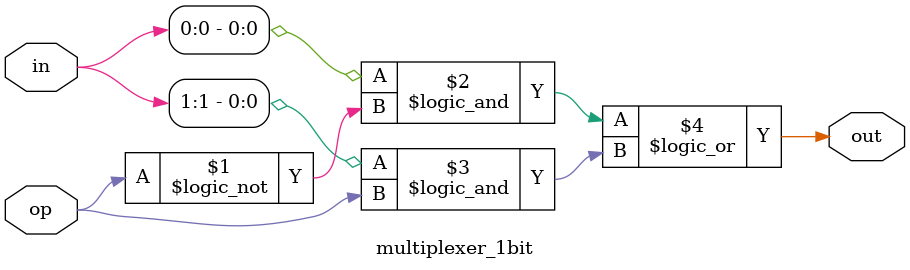
<source format=v>
module multiplexer_1bit(output out, input [1:0]in, input op);



	assign out = (in[0]&&(!op)) || (in[1]&&op);




endmodule 


</source>
